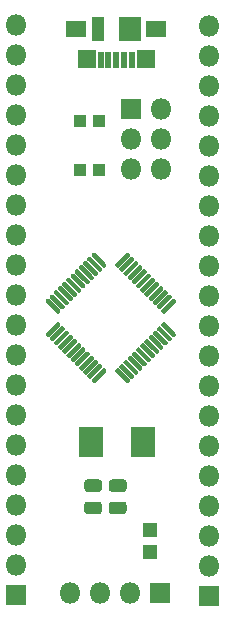
<source format=gbr>
%TF.GenerationSoftware,KiCad,Pcbnew,(5.1.6)-1*%
%TF.CreationDate,2020-09-14T14:29:29+02:00*%
%TF.ProjectId,STM32_blue_pill,53544d33-325f-4626-9c75-655f70696c6c,rev?*%
%TF.SameCoordinates,Original*%
%TF.FileFunction,Soldermask,Top*%
%TF.FilePolarity,Negative*%
%FSLAX46Y46*%
G04 Gerber Fmt 4.6, Leading zero omitted, Abs format (unit mm)*
G04 Created by KiCad (PCBNEW (5.1.6)-1) date 2020-09-14 14:29:29*
%MOMM*%
%LPD*%
G01*
G04 APERTURE LIST*
%ADD10R,1.100000X2.000000*%
%ADD11R,1.900000X2.000000*%
%ADD12R,1.750000X1.400000*%
%ADD13R,1.525000X1.650000*%
%ADD14R,0.550000X1.480000*%
%ADD15R,1.100000X1.000000*%
%ADD16R,1.200000X1.150000*%
%ADD17R,2.000000X2.600000*%
%ADD18O,1.800000X1.800000*%
%ADD19R,1.800000X1.800000*%
G04 APERTURE END LIST*
D10*
%TO.C,J3*%
X128880000Y-62410000D03*
D11*
X131580000Y-62410000D03*
D12*
X127055000Y-62410000D03*
X133805000Y-62410000D03*
D13*
X127942500Y-64985000D03*
X132917500Y-64985000D03*
D14*
X129130000Y-65070000D03*
X129780000Y-65070000D03*
X130430000Y-65070000D03*
X131080000Y-65070000D03*
X131730000Y-65070000D03*
%TD*%
D15*
%TO.C,SW1*%
X129000000Y-70240000D03*
X127400000Y-70240000D03*
X129000000Y-74340000D03*
X127400000Y-74340000D03*
%TD*%
D16*
%TO.C,Y2*%
X133260000Y-104810000D03*
X133260000Y-106660000D03*
%TD*%
D17*
%TO.C,Y1*%
X128310000Y-97370000D03*
X132710000Y-97370000D03*
%TD*%
%TO.C,U1*%
G36*
G01*
X129599981Y-91425285D02*
X128627710Y-92397558D01*
G75*
G02*
X128486288Y-92397558I-70711J70711D01*
G01*
X128344866Y-92256136D01*
G75*
G02*
X128344866Y-92114714I70711J70711D01*
G01*
X129317138Y-91142442D01*
G75*
G02*
X129458560Y-91142442I70711J-70711D01*
G01*
X129599982Y-91283864D01*
G75*
G02*
X129599982Y-91425286I-70711J-70711D01*
G01*
G37*
G36*
G01*
X129246427Y-91071731D02*
X128274156Y-92044004D01*
G75*
G02*
X128132734Y-92044004I-70711J70711D01*
G01*
X127991312Y-91902582D01*
G75*
G02*
X127991312Y-91761160I70711J70711D01*
G01*
X128963584Y-90788888D01*
G75*
G02*
X129105006Y-90788888I70711J-70711D01*
G01*
X129246428Y-90930310D01*
G75*
G02*
X129246428Y-91071732I-70711J-70711D01*
G01*
G37*
G36*
G01*
X128892874Y-90718178D02*
X127920603Y-91690451D01*
G75*
G02*
X127779181Y-91690451I-70711J70711D01*
G01*
X127637759Y-91549029D01*
G75*
G02*
X127637759Y-91407607I70711J70711D01*
G01*
X128610031Y-90435335D01*
G75*
G02*
X128751453Y-90435335I70711J-70711D01*
G01*
X128892875Y-90576757D01*
G75*
G02*
X128892875Y-90718179I-70711J-70711D01*
G01*
G37*
G36*
G01*
X128539320Y-90364624D02*
X127567049Y-91336897D01*
G75*
G02*
X127425627Y-91336897I-70711J70711D01*
G01*
X127284205Y-91195475D01*
G75*
G02*
X127284205Y-91054053I70711J70711D01*
G01*
X128256477Y-90081781D01*
G75*
G02*
X128397899Y-90081781I70711J-70711D01*
G01*
X128539321Y-90223203D01*
G75*
G02*
X128539321Y-90364625I-70711J-70711D01*
G01*
G37*
G36*
G01*
X128185767Y-90011071D02*
X127213496Y-90983344D01*
G75*
G02*
X127072074Y-90983344I-70711J70711D01*
G01*
X126930652Y-90841922D01*
G75*
G02*
X126930652Y-90700500I70711J70711D01*
G01*
X127902924Y-89728228D01*
G75*
G02*
X128044346Y-89728228I70711J-70711D01*
G01*
X128185768Y-89869650D01*
G75*
G02*
X128185768Y-90011072I-70711J-70711D01*
G01*
G37*
G36*
G01*
X127832214Y-89657518D02*
X126859943Y-90629791D01*
G75*
G02*
X126718521Y-90629791I-70711J70711D01*
G01*
X126577099Y-90488369D01*
G75*
G02*
X126577099Y-90346947I70711J70711D01*
G01*
X127549371Y-89374675D01*
G75*
G02*
X127690793Y-89374675I70711J-70711D01*
G01*
X127832215Y-89516097D01*
G75*
G02*
X127832215Y-89657519I-70711J-70711D01*
G01*
G37*
G36*
G01*
X127478660Y-89303964D02*
X126506389Y-90276237D01*
G75*
G02*
X126364967Y-90276237I-70711J70711D01*
G01*
X126223545Y-90134815D01*
G75*
G02*
X126223545Y-89993393I70711J70711D01*
G01*
X127195817Y-89021121D01*
G75*
G02*
X127337239Y-89021121I70711J-70711D01*
G01*
X127478661Y-89162543D01*
G75*
G02*
X127478661Y-89303965I-70711J-70711D01*
G01*
G37*
G36*
G01*
X127125107Y-88950411D02*
X126152836Y-89922684D01*
G75*
G02*
X126011414Y-89922684I-70711J70711D01*
G01*
X125869992Y-89781262D01*
G75*
G02*
X125869992Y-89639840I70711J70711D01*
G01*
X126842264Y-88667568D01*
G75*
G02*
X126983686Y-88667568I70711J-70711D01*
G01*
X127125108Y-88808990D01*
G75*
G02*
X127125108Y-88950412I-70711J-70711D01*
G01*
G37*
G36*
G01*
X126771554Y-88596858D02*
X125799283Y-89569131D01*
G75*
G02*
X125657861Y-89569131I-70711J70711D01*
G01*
X125516439Y-89427709D01*
G75*
G02*
X125516439Y-89286287I70711J70711D01*
G01*
X126488711Y-88314015D01*
G75*
G02*
X126630133Y-88314015I70711J-70711D01*
G01*
X126771555Y-88455437D01*
G75*
G02*
X126771555Y-88596859I-70711J-70711D01*
G01*
G37*
G36*
G01*
X126418000Y-88243304D02*
X125445729Y-89215577D01*
G75*
G02*
X125304307Y-89215577I-70711J70711D01*
G01*
X125162885Y-89074155D01*
G75*
G02*
X125162885Y-88932733I70711J70711D01*
G01*
X126135157Y-87960461D01*
G75*
G02*
X126276579Y-87960461I70711J-70711D01*
G01*
X126418001Y-88101883D01*
G75*
G02*
X126418001Y-88243305I-70711J-70711D01*
G01*
G37*
G36*
G01*
X126064447Y-87889751D02*
X125092176Y-88862024D01*
G75*
G02*
X124950754Y-88862024I-70711J70711D01*
G01*
X124809332Y-88720602D01*
G75*
G02*
X124809332Y-88579180I70711J70711D01*
G01*
X125781604Y-87606908D01*
G75*
G02*
X125923026Y-87606908I70711J-70711D01*
G01*
X126064448Y-87748330D01*
G75*
G02*
X126064448Y-87889752I-70711J-70711D01*
G01*
G37*
G36*
G01*
X125710893Y-87536197D02*
X124738622Y-88508470D01*
G75*
G02*
X124597200Y-88508470I-70711J70711D01*
G01*
X124455778Y-88367048D01*
G75*
G02*
X124455778Y-88225626I70711J70711D01*
G01*
X125428050Y-87253354D01*
G75*
G02*
X125569472Y-87253354I70711J-70711D01*
G01*
X125710894Y-87394776D01*
G75*
G02*
X125710894Y-87536198I-70711J-70711D01*
G01*
G37*
G36*
G01*
X125710893Y-86369472D02*
X125569472Y-86510894D01*
G75*
G02*
X125428050Y-86510894I-70711J70711D01*
G01*
X124455778Y-85538622D01*
G75*
G02*
X124455778Y-85397200I70711J70711D01*
G01*
X124597200Y-85255778D01*
G75*
G02*
X124738622Y-85255778I70711J-70711D01*
G01*
X125710894Y-86228050D01*
G75*
G02*
X125710894Y-86369472I-70711J-70711D01*
G01*
G37*
G36*
G01*
X126064447Y-86015918D02*
X125923026Y-86157340D01*
G75*
G02*
X125781604Y-86157340I-70711J70711D01*
G01*
X124809332Y-85185068D01*
G75*
G02*
X124809332Y-85043646I70711J70711D01*
G01*
X124950754Y-84902224D01*
G75*
G02*
X125092176Y-84902224I70711J-70711D01*
G01*
X126064448Y-85874496D01*
G75*
G02*
X126064448Y-86015918I-70711J-70711D01*
G01*
G37*
G36*
G01*
X126418000Y-85662365D02*
X126276579Y-85803787D01*
G75*
G02*
X126135157Y-85803787I-70711J70711D01*
G01*
X125162885Y-84831515D01*
G75*
G02*
X125162885Y-84690093I70711J70711D01*
G01*
X125304307Y-84548671D01*
G75*
G02*
X125445729Y-84548671I70711J-70711D01*
G01*
X126418001Y-85520943D01*
G75*
G02*
X126418001Y-85662365I-70711J-70711D01*
G01*
G37*
G36*
G01*
X126771554Y-85308811D02*
X126630133Y-85450233D01*
G75*
G02*
X126488711Y-85450233I-70711J70711D01*
G01*
X125516439Y-84477961D01*
G75*
G02*
X125516439Y-84336539I70711J70711D01*
G01*
X125657861Y-84195117D01*
G75*
G02*
X125799283Y-84195117I70711J-70711D01*
G01*
X126771555Y-85167389D01*
G75*
G02*
X126771555Y-85308811I-70711J-70711D01*
G01*
G37*
G36*
G01*
X127125107Y-84955258D02*
X126983686Y-85096680D01*
G75*
G02*
X126842264Y-85096680I-70711J70711D01*
G01*
X125869992Y-84124408D01*
G75*
G02*
X125869992Y-83982986I70711J70711D01*
G01*
X126011414Y-83841564D01*
G75*
G02*
X126152836Y-83841564I70711J-70711D01*
G01*
X127125108Y-84813836D01*
G75*
G02*
X127125108Y-84955258I-70711J-70711D01*
G01*
G37*
G36*
G01*
X127478660Y-84601705D02*
X127337239Y-84743127D01*
G75*
G02*
X127195817Y-84743127I-70711J70711D01*
G01*
X126223545Y-83770855D01*
G75*
G02*
X126223545Y-83629433I70711J70711D01*
G01*
X126364967Y-83488011D01*
G75*
G02*
X126506389Y-83488011I70711J-70711D01*
G01*
X127478661Y-84460283D01*
G75*
G02*
X127478661Y-84601705I-70711J-70711D01*
G01*
G37*
G36*
G01*
X127832214Y-84248151D02*
X127690793Y-84389573D01*
G75*
G02*
X127549371Y-84389573I-70711J70711D01*
G01*
X126577099Y-83417301D01*
G75*
G02*
X126577099Y-83275879I70711J70711D01*
G01*
X126718521Y-83134457D01*
G75*
G02*
X126859943Y-83134457I70711J-70711D01*
G01*
X127832215Y-84106729D01*
G75*
G02*
X127832215Y-84248151I-70711J-70711D01*
G01*
G37*
G36*
G01*
X128185767Y-83894598D02*
X128044346Y-84036020D01*
G75*
G02*
X127902924Y-84036020I-70711J70711D01*
G01*
X126930652Y-83063748D01*
G75*
G02*
X126930652Y-82922326I70711J70711D01*
G01*
X127072074Y-82780904D01*
G75*
G02*
X127213496Y-82780904I70711J-70711D01*
G01*
X128185768Y-83753176D01*
G75*
G02*
X128185768Y-83894598I-70711J-70711D01*
G01*
G37*
G36*
G01*
X128539320Y-83541045D02*
X128397899Y-83682467D01*
G75*
G02*
X128256477Y-83682467I-70711J70711D01*
G01*
X127284205Y-82710195D01*
G75*
G02*
X127284205Y-82568773I70711J70711D01*
G01*
X127425627Y-82427351D01*
G75*
G02*
X127567049Y-82427351I70711J-70711D01*
G01*
X128539321Y-83399623D01*
G75*
G02*
X128539321Y-83541045I-70711J-70711D01*
G01*
G37*
G36*
G01*
X128892874Y-83187491D02*
X128751453Y-83328913D01*
G75*
G02*
X128610031Y-83328913I-70711J70711D01*
G01*
X127637759Y-82356641D01*
G75*
G02*
X127637759Y-82215219I70711J70711D01*
G01*
X127779181Y-82073797D01*
G75*
G02*
X127920603Y-82073797I70711J-70711D01*
G01*
X128892875Y-83046069D01*
G75*
G02*
X128892875Y-83187491I-70711J-70711D01*
G01*
G37*
G36*
G01*
X129246427Y-82833938D02*
X129105006Y-82975360D01*
G75*
G02*
X128963584Y-82975360I-70711J70711D01*
G01*
X127991312Y-82003088D01*
G75*
G02*
X127991312Y-81861666I70711J70711D01*
G01*
X128132734Y-81720244D01*
G75*
G02*
X128274156Y-81720244I70711J-70711D01*
G01*
X129246428Y-82692516D01*
G75*
G02*
X129246428Y-82833938I-70711J-70711D01*
G01*
G37*
G36*
G01*
X129599981Y-82480384D02*
X129458560Y-82621806D01*
G75*
G02*
X129317138Y-82621806I-70711J70711D01*
G01*
X128344866Y-81649534D01*
G75*
G02*
X128344866Y-81508112I70711J70711D01*
G01*
X128486288Y-81366690D01*
G75*
G02*
X128627710Y-81366690I70711J-70711D01*
G01*
X129599982Y-82338962D01*
G75*
G02*
X129599982Y-82480384I-70711J-70711D01*
G01*
G37*
G36*
G01*
X131597557Y-81649533D02*
X130625286Y-82621806D01*
G75*
G02*
X130483864Y-82621806I-70711J70711D01*
G01*
X130342442Y-82480384D01*
G75*
G02*
X130342442Y-82338962I70711J70711D01*
G01*
X131314714Y-81366690D01*
G75*
G02*
X131456136Y-81366690I70711J-70711D01*
G01*
X131597558Y-81508112D01*
G75*
G02*
X131597558Y-81649534I-70711J-70711D01*
G01*
G37*
G36*
G01*
X131951111Y-82003087D02*
X130978840Y-82975360D01*
G75*
G02*
X130837418Y-82975360I-70711J70711D01*
G01*
X130695996Y-82833938D01*
G75*
G02*
X130695996Y-82692516I70711J70711D01*
G01*
X131668268Y-81720244D01*
G75*
G02*
X131809690Y-81720244I70711J-70711D01*
G01*
X131951112Y-81861666D01*
G75*
G02*
X131951112Y-82003088I-70711J-70711D01*
G01*
G37*
G36*
G01*
X132304664Y-82356640D02*
X131332393Y-83328913D01*
G75*
G02*
X131190971Y-83328913I-70711J70711D01*
G01*
X131049549Y-83187491D01*
G75*
G02*
X131049549Y-83046069I70711J70711D01*
G01*
X132021821Y-82073797D01*
G75*
G02*
X132163243Y-82073797I70711J-70711D01*
G01*
X132304665Y-82215219D01*
G75*
G02*
X132304665Y-82356641I-70711J-70711D01*
G01*
G37*
G36*
G01*
X132658218Y-82710194D02*
X131685947Y-83682467D01*
G75*
G02*
X131544525Y-83682467I-70711J70711D01*
G01*
X131403103Y-83541045D01*
G75*
G02*
X131403103Y-83399623I70711J70711D01*
G01*
X132375375Y-82427351D01*
G75*
G02*
X132516797Y-82427351I70711J-70711D01*
G01*
X132658219Y-82568773D01*
G75*
G02*
X132658219Y-82710195I-70711J-70711D01*
G01*
G37*
G36*
G01*
X133011771Y-83063747D02*
X132039500Y-84036020D01*
G75*
G02*
X131898078Y-84036020I-70711J70711D01*
G01*
X131756656Y-83894598D01*
G75*
G02*
X131756656Y-83753176I70711J70711D01*
G01*
X132728928Y-82780904D01*
G75*
G02*
X132870350Y-82780904I70711J-70711D01*
G01*
X133011772Y-82922326D01*
G75*
G02*
X133011772Y-83063748I-70711J-70711D01*
G01*
G37*
G36*
G01*
X133365324Y-83417300D02*
X132393053Y-84389573D01*
G75*
G02*
X132251631Y-84389573I-70711J70711D01*
G01*
X132110209Y-84248151D01*
G75*
G02*
X132110209Y-84106729I70711J70711D01*
G01*
X133082481Y-83134457D01*
G75*
G02*
X133223903Y-83134457I70711J-70711D01*
G01*
X133365325Y-83275879D01*
G75*
G02*
X133365325Y-83417301I-70711J-70711D01*
G01*
G37*
G36*
G01*
X133718878Y-83770854D02*
X132746607Y-84743127D01*
G75*
G02*
X132605185Y-84743127I-70711J70711D01*
G01*
X132463763Y-84601705D01*
G75*
G02*
X132463763Y-84460283I70711J70711D01*
G01*
X133436035Y-83488011D01*
G75*
G02*
X133577457Y-83488011I70711J-70711D01*
G01*
X133718879Y-83629433D01*
G75*
G02*
X133718879Y-83770855I-70711J-70711D01*
G01*
G37*
G36*
G01*
X134072431Y-84124407D02*
X133100160Y-85096680D01*
G75*
G02*
X132958738Y-85096680I-70711J70711D01*
G01*
X132817316Y-84955258D01*
G75*
G02*
X132817316Y-84813836I70711J70711D01*
G01*
X133789588Y-83841564D01*
G75*
G02*
X133931010Y-83841564I70711J-70711D01*
G01*
X134072432Y-83982986D01*
G75*
G02*
X134072432Y-84124408I-70711J-70711D01*
G01*
G37*
G36*
G01*
X134425984Y-84477960D02*
X133453713Y-85450233D01*
G75*
G02*
X133312291Y-85450233I-70711J70711D01*
G01*
X133170869Y-85308811D01*
G75*
G02*
X133170869Y-85167389I70711J70711D01*
G01*
X134143141Y-84195117D01*
G75*
G02*
X134284563Y-84195117I70711J-70711D01*
G01*
X134425985Y-84336539D01*
G75*
G02*
X134425985Y-84477961I-70711J-70711D01*
G01*
G37*
G36*
G01*
X134779538Y-84831514D02*
X133807267Y-85803787D01*
G75*
G02*
X133665845Y-85803787I-70711J70711D01*
G01*
X133524423Y-85662365D01*
G75*
G02*
X133524423Y-85520943I70711J70711D01*
G01*
X134496695Y-84548671D01*
G75*
G02*
X134638117Y-84548671I70711J-70711D01*
G01*
X134779539Y-84690093D01*
G75*
G02*
X134779539Y-84831515I-70711J-70711D01*
G01*
G37*
G36*
G01*
X135133091Y-85185067D02*
X134160820Y-86157340D01*
G75*
G02*
X134019398Y-86157340I-70711J70711D01*
G01*
X133877976Y-86015918D01*
G75*
G02*
X133877976Y-85874496I70711J70711D01*
G01*
X134850248Y-84902224D01*
G75*
G02*
X134991670Y-84902224I70711J-70711D01*
G01*
X135133092Y-85043646D01*
G75*
G02*
X135133092Y-85185068I-70711J-70711D01*
G01*
G37*
G36*
G01*
X135486645Y-85538621D02*
X134514374Y-86510894D01*
G75*
G02*
X134372952Y-86510894I-70711J70711D01*
G01*
X134231530Y-86369472D01*
G75*
G02*
X134231530Y-86228050I70711J70711D01*
G01*
X135203802Y-85255778D01*
G75*
G02*
X135345224Y-85255778I70711J-70711D01*
G01*
X135486646Y-85397200D01*
G75*
G02*
X135486646Y-85538622I-70711J-70711D01*
G01*
G37*
G36*
G01*
X135486645Y-88367048D02*
X135345224Y-88508470D01*
G75*
G02*
X135203802Y-88508470I-70711J70711D01*
G01*
X134231530Y-87536198D01*
G75*
G02*
X134231530Y-87394776I70711J70711D01*
G01*
X134372952Y-87253354D01*
G75*
G02*
X134514374Y-87253354I70711J-70711D01*
G01*
X135486646Y-88225626D01*
G75*
G02*
X135486646Y-88367048I-70711J-70711D01*
G01*
G37*
G36*
G01*
X135133091Y-88720602D02*
X134991670Y-88862024D01*
G75*
G02*
X134850248Y-88862024I-70711J70711D01*
G01*
X133877976Y-87889752D01*
G75*
G02*
X133877976Y-87748330I70711J70711D01*
G01*
X134019398Y-87606908D01*
G75*
G02*
X134160820Y-87606908I70711J-70711D01*
G01*
X135133092Y-88579180D01*
G75*
G02*
X135133092Y-88720602I-70711J-70711D01*
G01*
G37*
G36*
G01*
X134779538Y-89074155D02*
X134638117Y-89215577D01*
G75*
G02*
X134496695Y-89215577I-70711J70711D01*
G01*
X133524423Y-88243305D01*
G75*
G02*
X133524423Y-88101883I70711J70711D01*
G01*
X133665845Y-87960461D01*
G75*
G02*
X133807267Y-87960461I70711J-70711D01*
G01*
X134779539Y-88932733D01*
G75*
G02*
X134779539Y-89074155I-70711J-70711D01*
G01*
G37*
G36*
G01*
X134425984Y-89427709D02*
X134284563Y-89569131D01*
G75*
G02*
X134143141Y-89569131I-70711J70711D01*
G01*
X133170869Y-88596859D01*
G75*
G02*
X133170869Y-88455437I70711J70711D01*
G01*
X133312291Y-88314015D01*
G75*
G02*
X133453713Y-88314015I70711J-70711D01*
G01*
X134425985Y-89286287D01*
G75*
G02*
X134425985Y-89427709I-70711J-70711D01*
G01*
G37*
G36*
G01*
X134072431Y-89781262D02*
X133931010Y-89922684D01*
G75*
G02*
X133789588Y-89922684I-70711J70711D01*
G01*
X132817316Y-88950412D01*
G75*
G02*
X132817316Y-88808990I70711J70711D01*
G01*
X132958738Y-88667568D01*
G75*
G02*
X133100160Y-88667568I70711J-70711D01*
G01*
X134072432Y-89639840D01*
G75*
G02*
X134072432Y-89781262I-70711J-70711D01*
G01*
G37*
G36*
G01*
X133718878Y-90134815D02*
X133577457Y-90276237D01*
G75*
G02*
X133436035Y-90276237I-70711J70711D01*
G01*
X132463763Y-89303965D01*
G75*
G02*
X132463763Y-89162543I70711J70711D01*
G01*
X132605185Y-89021121D01*
G75*
G02*
X132746607Y-89021121I70711J-70711D01*
G01*
X133718879Y-89993393D01*
G75*
G02*
X133718879Y-90134815I-70711J-70711D01*
G01*
G37*
G36*
G01*
X133365324Y-90488369D02*
X133223903Y-90629791D01*
G75*
G02*
X133082481Y-90629791I-70711J70711D01*
G01*
X132110209Y-89657519D01*
G75*
G02*
X132110209Y-89516097I70711J70711D01*
G01*
X132251631Y-89374675D01*
G75*
G02*
X132393053Y-89374675I70711J-70711D01*
G01*
X133365325Y-90346947D01*
G75*
G02*
X133365325Y-90488369I-70711J-70711D01*
G01*
G37*
G36*
G01*
X133011771Y-90841922D02*
X132870350Y-90983344D01*
G75*
G02*
X132728928Y-90983344I-70711J70711D01*
G01*
X131756656Y-90011072D01*
G75*
G02*
X131756656Y-89869650I70711J70711D01*
G01*
X131898078Y-89728228D01*
G75*
G02*
X132039500Y-89728228I70711J-70711D01*
G01*
X133011772Y-90700500D01*
G75*
G02*
X133011772Y-90841922I-70711J-70711D01*
G01*
G37*
G36*
G01*
X132658218Y-91195475D02*
X132516797Y-91336897D01*
G75*
G02*
X132375375Y-91336897I-70711J70711D01*
G01*
X131403103Y-90364625D01*
G75*
G02*
X131403103Y-90223203I70711J70711D01*
G01*
X131544525Y-90081781D01*
G75*
G02*
X131685947Y-90081781I70711J-70711D01*
G01*
X132658219Y-91054053D01*
G75*
G02*
X132658219Y-91195475I-70711J-70711D01*
G01*
G37*
G36*
G01*
X132304664Y-91549029D02*
X132163243Y-91690451D01*
G75*
G02*
X132021821Y-91690451I-70711J70711D01*
G01*
X131049549Y-90718179D01*
G75*
G02*
X131049549Y-90576757I70711J70711D01*
G01*
X131190971Y-90435335D01*
G75*
G02*
X131332393Y-90435335I70711J-70711D01*
G01*
X132304665Y-91407607D01*
G75*
G02*
X132304665Y-91549029I-70711J-70711D01*
G01*
G37*
G36*
G01*
X131951111Y-91902582D02*
X131809690Y-92044004D01*
G75*
G02*
X131668268Y-92044004I-70711J70711D01*
G01*
X130695996Y-91071732D01*
G75*
G02*
X130695996Y-90930310I70711J70711D01*
G01*
X130837418Y-90788888D01*
G75*
G02*
X130978840Y-90788888I70711J-70711D01*
G01*
X131951112Y-91761160D01*
G75*
G02*
X131951112Y-91902582I-70711J-70711D01*
G01*
G37*
G36*
G01*
X131597557Y-92256136D02*
X131456136Y-92397558D01*
G75*
G02*
X131314714Y-92397558I-70711J70711D01*
G01*
X130342442Y-91425286D01*
G75*
G02*
X130342442Y-91283864I70711J70711D01*
G01*
X130483864Y-91142442D01*
G75*
G02*
X130625286Y-91142442I70711J-70711D01*
G01*
X131597558Y-92114714D01*
G75*
G02*
X131597558Y-92256136I-70711J-70711D01*
G01*
G37*
%TD*%
D18*
%TO.C,J5*%
X126550000Y-110170000D03*
X129090000Y-110170000D03*
X131630000Y-110170000D03*
D19*
X134170000Y-110170000D03*
%TD*%
D18*
%TO.C,J4*%
X134210000Y-74260000D03*
X131670000Y-74260000D03*
X134210000Y-71720000D03*
X131670000Y-71720000D03*
X134210000Y-69180000D03*
D19*
X131670000Y-69180000D03*
%TD*%
D18*
%TO.C,J2*%
X121950000Y-62090000D03*
X121950000Y-64630000D03*
X121950000Y-67170000D03*
X121950000Y-69710000D03*
X121950000Y-72250000D03*
X121950000Y-74790000D03*
X121950000Y-77330000D03*
X121950000Y-79870000D03*
X121950000Y-82410000D03*
X121950000Y-84950000D03*
X121950000Y-87490000D03*
X121950000Y-90030000D03*
X121950000Y-92570000D03*
X121950000Y-95110000D03*
X121950000Y-97650000D03*
X121950000Y-100190000D03*
X121950000Y-102730000D03*
X121950000Y-105270000D03*
X121950000Y-107810000D03*
D19*
X121950000Y-110350000D03*
%TD*%
D18*
%TO.C,J1*%
X138320000Y-62130000D03*
X138320000Y-64670000D03*
X138320000Y-67210000D03*
X138320000Y-69750000D03*
X138320000Y-72290000D03*
X138320000Y-74830000D03*
X138320000Y-77370000D03*
X138320000Y-79910000D03*
X138320000Y-82450000D03*
X138320000Y-84990000D03*
X138320000Y-87530000D03*
X138320000Y-90070000D03*
X138320000Y-92610000D03*
X138320000Y-95150000D03*
X138320000Y-97690000D03*
X138320000Y-100230000D03*
X138320000Y-102770000D03*
X138320000Y-105310000D03*
X138320000Y-107850000D03*
D19*
X138320000Y-110390000D03*
%TD*%
%TO.C,D2*%
G36*
G01*
X127998750Y-102430000D02*
X128961250Y-102430000D01*
G75*
G02*
X129230000Y-102698750I0J-268750D01*
G01*
X129230000Y-103236250D01*
G75*
G02*
X128961250Y-103505000I-268750J0D01*
G01*
X127998750Y-103505000D01*
G75*
G02*
X127730000Y-103236250I0J268750D01*
G01*
X127730000Y-102698750D01*
G75*
G02*
X127998750Y-102430000I268750J0D01*
G01*
G37*
G36*
G01*
X127998750Y-100555000D02*
X128961250Y-100555000D01*
G75*
G02*
X129230000Y-100823750I0J-268750D01*
G01*
X129230000Y-101361250D01*
G75*
G02*
X128961250Y-101630000I-268750J0D01*
G01*
X127998750Y-101630000D01*
G75*
G02*
X127730000Y-101361250I0J268750D01*
G01*
X127730000Y-100823750D01*
G75*
G02*
X127998750Y-100555000I268750J0D01*
G01*
G37*
%TD*%
%TO.C,D1*%
G36*
G01*
X130078750Y-102427500D02*
X131041250Y-102427500D01*
G75*
G02*
X131310000Y-102696250I0J-268750D01*
G01*
X131310000Y-103233750D01*
G75*
G02*
X131041250Y-103502500I-268750J0D01*
G01*
X130078750Y-103502500D01*
G75*
G02*
X129810000Y-103233750I0J268750D01*
G01*
X129810000Y-102696250D01*
G75*
G02*
X130078750Y-102427500I268750J0D01*
G01*
G37*
G36*
G01*
X130078750Y-100552500D02*
X131041250Y-100552500D01*
G75*
G02*
X131310000Y-100821250I0J-268750D01*
G01*
X131310000Y-101358750D01*
G75*
G02*
X131041250Y-101627500I-268750J0D01*
G01*
X130078750Y-101627500D01*
G75*
G02*
X129810000Y-101358750I0J268750D01*
G01*
X129810000Y-100821250D01*
G75*
G02*
X130078750Y-100552500I268750J0D01*
G01*
G37*
%TD*%
M02*

</source>
